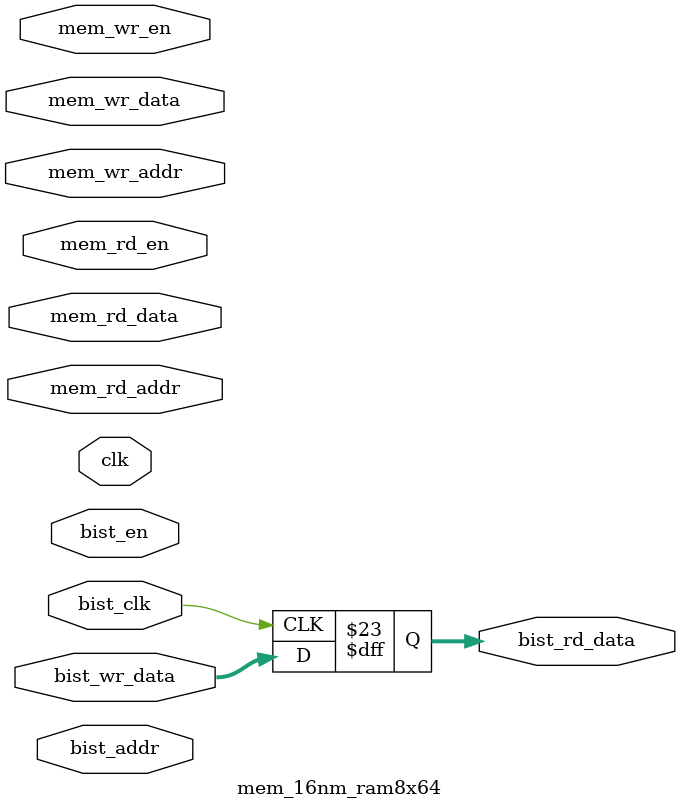
<source format=v>

module mem_16nm_ram8x64
(
  input  wire        clk,
  input  wire        mem_wr_en,
  input  wire [2:0]  mem_wr_addr,
  input  wire [63:0] mem_wr_data,
  input  wire        mem_rd_en,
  input  wire [2:0]  mem_rd_addr,
  input  wire [63:0] mem_rd_data,

  input  wire        bist_clk,
  input  wire        bist_en,
  input  wire [2:0]  bist_addr,
  input  wire [63:0] bist_wr_data,
  output wire [63:0] bist_rd_data
);

// The memory declaration
reg [63:0] memory [7:0];
reg [63:0] mem_rd_data_i;

always @ (posedge clk) begin
  if( mem_wr_en ) begin
    memory[mem_wr_addr] <= #0 mem_wr_data;
  end

  if( mem_rd_en ) begin
    mem_rd_data_i <= #0 memory[mem_rd_addr];
  end
end

always @ (posedge clk) begin
  mem_rd_data <= #0 mem_rd_data_i;
end

// Bist fake logic
always @ (posedge bist_clk ) begin
  bist_rd_data <= #0 bist_wr_data;
end

endmodule

</source>
